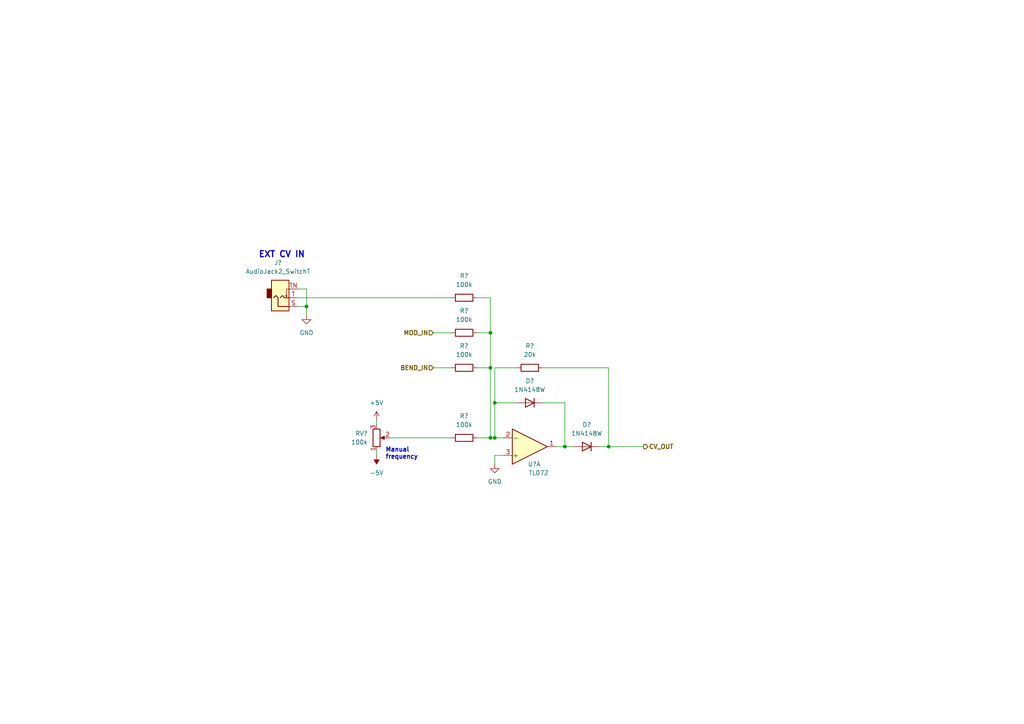
<source format=kicad_sch>
(kicad_sch (version 20230121) (generator eeschema)
  (paper "A4")
  (title_block (title "J.P. Fundrums") (date "2023-02-02") (rev "0") (comment 1 "creativecommons.org/licences/by/4.0/") (comment 2 "Licence: CC by 4.0") (comment 3 "Author: Jordan Aceto"))
  (lib_symbols
    (symbol "Amplifier_Operational:TL072" (pin_names (offset 0.127))
      (property "Reference" "U" (at 0 5.08 0))
      (property "Value" "TL072" (at 0 -5.08 0))
      (symbol "TL072_1_1"
        (polyline (pts (xy -5.08 5.08) (xy 5.08 0) (xy -5.08 -5.08) (xy -5.08 5.08)) (stroke (width 0.254)) (fill (type background)))
        (pin output line (at 7.62 0 180) (length 2.54) (name "~") (number "1"))
        (pin input line (at -7.62 -2.54 0) (length 2.54) (name "-") (number "2"))
        (pin input line (at -7.62 2.54 0) (length 2.54) (name "+") (number "3"))
      )
      (symbol "TL072_2_1"
        (polyline (pts (xy -5.08 5.08) (xy 5.08 0) (xy -5.08 -5.08) (xy -5.08 5.08)) (stroke (width 0.254)) (fill (type background)))
        (pin input line (at -7.62 2.54 0) (length 2.54) (name "+") (number "5"))
        (pin input line (at -7.62 -2.54 0) (length 2.54) (name "-") (number "6"))
        (pin output line (at 7.62 0 180) (length 2.54) (name "~") (number "7"))
      )
      (symbol "TL072_3_1"
        (pin power_in line (at -2.54 -7.62 90) (length 3.81) (name "V-") (number "4"))
        (pin power_in line (at -2.54 7.62 270) (length 3.81) (name "V+") (number "8"))
      )
    )
    (symbol "Connector_Audio:AudioJack2_SwitchT"
      (property "Reference" "J" (at 0 8.89 0))
      (property "Value" "AudioJack2_SwitchT" (at 0 6.35 0))
      (symbol "AudioJack2_SwitchT_0_1"
        (rectangle (start -2.54 0) (end -3.81 -2.54) (stroke (width 0.254)) (fill (type outline)))
        (polyline (pts (xy 1.778 -0.254) (xy 2.032 -0.762)))
        (polyline (pts (xy 0 0) (xy 0.635 -0.635) (xy 1.27 0) (xy 2.54 0)) (stroke (width 0.254)))
        (polyline (pts (xy 2.54 -2.54) (xy 1.778 -2.54) (xy 1.778 -0.254) (xy 1.524 -0.762)))
        (polyline (pts (xy 2.54 2.54) (xy -0.635 2.54) (xy -0.635 0) (xy -1.27 -0.635) (xy -1.905 0)) (stroke (width 0.254)))
        (rectangle (start 2.54 3.81) (end -2.54 -5.08) (stroke (width 0.254)) (fill (type background)))
      )
      (symbol "AudioJack2_SwitchT_1_1"
        (pin passive line (at 5.08 2.54 180) (length 2.54) (name "~") (number "S"))
        (pin passive line (at 5.08 0 180) (length 2.54) (name "~") (number "T"))
        (pin passive line (at 5.08 -2.54 180) (length 2.54) (name "~") (number "TN"))
      )
    )
    (symbol "Device:R" (pin_numbers hide) (pin_names (offset 0))
      (property "Reference" "R" (at 2.032 0 90))
      (property "Value" "R" (at 0 0 90))
      (symbol "R_0_1"
        (rectangle (start -1.016 -2.54) (end 1.016 2.54) (stroke (width 0.254)))
      )
      (symbol "R_1_1"
        (pin passive line (at 0 3.81 270) (length 1.27) (name "~") (number "1"))
        (pin passive line (at 0 -3.81 90) (length 1.27) (name "~") (number "2"))
      )
    )
    (symbol "Device:R_Potentiometer" (pin_names (offset 1.016) hide)
      (property "Reference" "RV" (at -4.445 0 90))
      (property "Value" "R_Potentiometer" (at -2.54 0 90))
      (symbol "R_Potentiometer_0_1"
        (polyline (pts (xy 2.54 0) (xy 1.524 0)))
        (polyline (pts (xy 1.143 0) (xy 2.286 0.508) (xy 2.286 -0.508) (xy 1.143 0)) (fill (type outline)))
        (rectangle (start 1.016 2.54) (end -1.016 -2.54) (stroke (width 0.254)))
      )
      (symbol "R_Potentiometer_1_1"
        (pin passive line (at 0 3.81 270) (length 1.27) (name "1") (number "1"))
        (pin passive line (at 3.81 0 180) (length 1.27) (name "2") (number "2"))
        (pin passive line (at 0 -3.81 90) (length 1.27) (name "3") (number "3"))
      )
    )
    (symbol "Diode:1N4148W" (pin_numbers hide) (pin_names (offset 1.016) hide)
      (property "Reference" "D" (at 0 2.54 0))
      (property "Value" "1N4148W" (at 0 -2.54 0))
      (symbol "1N4148W_0_1"
        (polyline (pts (xy -1.27 1.27) (xy -1.27 -1.27)) (stroke (width 0.254)))
        (polyline (pts (xy 1.27 0) (xy -1.27 0)))
        (polyline (pts (xy 1.27 1.27) (xy 1.27 -1.27) (xy -1.27 0) (xy 1.27 1.27)) (stroke (width 0.254)))
      )
      (symbol "1N4148W_1_1"
        (pin passive line (at -3.81 0 0) (length 2.54) (name "K") (number "1"))
        (pin passive line (at 3.81 0 180) (length 2.54) (name "A") (number "2"))
      )
    )
    (symbol "power:+5V" (power) (pin_names (offset 0))
      (property "Value" "+5V" (at 0 3.556 0))
      (symbol "+5V_0_1"
        (polyline (pts (xy -0.762 1.27) (xy 0 2.54)))
        (polyline (pts (xy 0 0) (xy 0 2.54)))
        (polyline (pts (xy 0 2.54) (xy 0.762 1.27)))
      )
      (symbol "+5V_1_1"
        (pin power_in line (at 0 0 90) (length 0) hide (name "+5V") (number "1"))
      )
    )
    (symbol "power:-5V" (power) (pin_names (offset 0))
      (property "Value" "-5V" (at 0 3.81 0))
      (symbol "-5V_0_0"
        (pin power_in line (at 0 0 90) (length 0) hide (name "-5V") (number "1"))
      )
      (symbol "-5V_0_1"
        (polyline (pts (xy 0 0) (xy 0 1.27) (xy 0.762 1.27) (xy 0 2.54) (xy -0.762 1.27) (xy 0 1.27)) (fill (type outline)))
      )
    )
    (symbol "power:GND" (power) (pin_names (offset 0))
      (property "Value" "GND" (at 0 -3.81 0))
      (symbol "GND_0_1"
        (polyline (pts (xy 0 0) (xy 0 -1.27) (xy 1.27 -1.27) (xy 0 -2.54) (xy -1.27 -1.27) (xy 0 -1.27)))
      )
      (symbol "GND_1_1"
        (pin power_in line (at 0 0 270) (length 0) hide (name "GND") (number "1"))
      )
    )
  )
  (junction (at 163.83 129.54))
  (junction (at 142.24 127))
  (junction (at 143.51 127))
  (junction (at 143.51 116.84))
  (junction (at 142.24 96.52))
  (junction (at 176.53 129.54))
  (junction (at 142.24 106.68))
  (junction (at 88.9 88.9))
  (wire (pts (xy 138.43 86.36) (xy 142.24 86.36)))
  (wire (pts (xy 86.36 88.9) (xy 88.9 88.9)))
  (wire (pts (xy 176.53 106.68) (xy 176.53 129.54)))
  (wire (pts (xy 138.43 106.68) (xy 142.24 106.68)))
  (wire (pts (xy 143.51 116.84) (xy 149.86 116.84)))
  (wire (pts (xy 88.9 88.9) (xy 88.9 91.44)))
  (wire (pts (xy 142.24 127) (xy 143.51 127)))
  (wire (pts (xy 109.22 121.92) (xy 109.22 123.19)))
  (wire (pts (xy 143.51 134.62) (xy 143.51 132.08)))
  (wire (pts (xy 113.03 127) (xy 130.81 127)))
  (wire (pts (xy 86.36 83.82) (xy 88.9 83.82)))
  (wire (pts (xy 109.22 130.81) (xy 109.22 132.08)))
  (wire (pts (xy 143.51 106.68) (xy 143.51 116.84)))
  (wire (pts (xy 157.48 106.68) (xy 176.53 106.68)))
  (wire (pts (xy 163.83 129.54) (xy 163.83 116.84)))
  (wire (pts (xy 142.24 106.68) (xy 142.24 96.52)))
  (wire (pts (xy 163.83 116.84) (xy 157.48 116.84)))
  (wire (pts (xy 138.43 127) (xy 142.24 127)))
  (wire (pts (xy 163.83 129.54) (xy 166.37 129.54)))
  (wire (pts (xy 125.73 96.52) (xy 130.81 96.52)))
  (wire (pts (xy 143.51 106.68) (xy 149.86 106.68)))
  (wire (pts (xy 143.51 132.08) (xy 146.05 132.08)))
  (wire (pts (xy 143.51 127) (xy 143.51 116.84)))
  (wire (pts (xy 138.43 96.52) (xy 142.24 96.52)))
  (wire (pts (xy 86.36 86.36) (xy 130.81 86.36)))
  (wire (pts (xy 173.99 129.54) (xy 176.53 129.54)))
  (wire (pts (xy 142.24 106.68) (xy 142.24 127)))
  (wire (pts (xy 88.9 83.82) (xy 88.9 88.9)))
  (wire (pts (xy 125.73 106.68) (xy 130.81 106.68)))
  (wire (pts (xy 146.05 127) (xy 143.51 127)))
  (wire (pts (xy 176.53 129.54) (xy 186.69 129.54)))
  (wire (pts (xy 161.29 129.54) (xy 163.83 129.54)))
  (wire (pts (xy 142.24 96.52) (xy 142.24 86.36)))
  (text "Manual\nfrequency" (at 111.76 133.35 0) (effects (font (size 1.27 1.27) bold) (justify left bottom)))
  (text "EXT CV IN" (at 74.93 74.93 0) (effects (font (size 1.75 1.75) (thickness 0.35) bold) (justify left bottom)))
  (hierarchical_label "CV_OUT" (shape output) (at 186.69 129.54 0) (effects (font bold)))
  (hierarchical_label "MOD_IN" (shape input) (at 125.73 96.52 180) (effects (font bold)))
  (hierarchical_label "BEND_IN" (shape input) (at 125.73 106.68 180) (effects (font bold)))
  (symbol (lib_id "power:-5V") (at 109.22 132.08 180) (unit 1)
    (property "Reference" "#PWR043" (effects hide))
    (property "Value" "-5V" (at 109.22 137.16 0))
    (instances (project "fundrums" (path "" (reference "#PWR043") (unit 1)) (path "" (reference "#PWR091") (unit 1))))
  )
  (symbol (lib_id "Device:R") (at 134.62 127 90) (unit 1)
    (property "Reference" "R?" (at 134.62 120.65 90))
    (property "Value" "100k" (at 134.62 123.19 90))
    (instances (project "fundrums" (path "" (reference "R?") (unit 1)) (path "" (reference "R?") (unit 1)) (path "" (reference "R?") (unit 1)) (path "" (reference "R?") (unit 1)) (path "" (reference "R?") (unit 1)) (path "" (reference "R382") (unit 1))))
  )
  (symbol (lib_id "power:GND") (at 143.51 134.62 0) (unit 1)
    (property "Reference" "#PWR?" (effects hide))
    (property "Value" "GND" (at 143.51 139.7 0))
    (instances (project "fundrums" (path "" (reference "#PWR?") (unit 1)) (path "" (reference "#PWR?") (unit 1)) (path "" (reference "#PWR?") (unit 1)) (path "" (reference "#PWR?") (unit 1)) (path "" (reference "#PWR042") (unit 1)) (path "" (reference "#PWR092") (unit 1))))
  )
  (symbol (lib_id "power:GND") (at 88.9 91.44 0) (unit 1)
    (property "Reference" "#PWR025" (effects hide))
    (property "Value" "GND" (at 88.9 96.52 0))
    (instances (project "fundrums" (path "" (reference "#PWR025") (unit 1)) (path "" (reference "#PWR024") (unit 1)) (path "" (reference "#PWR026") (unit 1)) (path "" (reference "#PWR027") (unit 1)) (path "" (reference "#PWR081") (unit 1)) (path "" (reference "#PWR087") (unit 1)) (path "" (reference "#PWR01") (unit 1))))
  )
  (symbol (lib_id "Device:R") (at 134.62 96.52 90) (unit 1)
    (property "Reference" "R?" (at 134.62 90.17 90))
    (property "Value" "100k" (at 134.62 92.71 90))
    (instances (project "fundrums" (path "" (reference "R?") (unit 1)) (path "" (reference "R?") (unit 1)) (path "" (reference "R?") (unit 1)) (path "" (reference "R?") (unit 1)) (path "" (reference "R?") (unit 1)) (path "" (reference "R380") (unit 1))))
  )
  (symbol (lib_id "Device:R_Potentiometer") (at 109.22 127 0) (mirror x) (unit 1)
    (property "Reference" "RV?" (at 106.68 125.7299 0) (effects (justify right)))
    (property "Value" "100k" (at 106.68 128.2699 0) (effects (justify right)))
    (instances (project "fundrums" (path "" (reference "RV?") (unit 1)) (path "" (reference "RV?") (unit 1)) (path "" (reference "RV?") (unit 1)) (path "" (reference "RV?") (unit 1)) (path "" (reference "RV?") (unit 1)) (path "" (reference "RV55") (unit 1))))
  )
  (symbol (lib_id "Diode:1N4148W") (at 170.18 129.54 180) (unit 1)
    (property "Reference" "D?" (at 170.18 123.19 0))
    (property "Value" "1N4148W" (at 170.18 125.73 0))
    (property "Footprint" "Diode_SMD:D_SOD-123" (effects hide))
    (property "Datasheet" "https://www.vishay.com/docs/85748/1n4148w.pdf" (effects hide))
    (instances (project "fundrums" (path "" (reference "D?") (unit 1)) (path "" (reference "D?") (unit 1)) (path "" (reference "D?") (unit 1)) (path "" (reference "D?") (unit 1)) (path "" (reference "D?") (unit 1)) (path "" (reference "D40") (unit 1))))
  )
  (symbol (lib_id "Device:R") (at 134.62 86.36 90) (unit 1)
    (property "Reference" "R?" (at 134.62 80.01 90))
    (property "Value" "100k" (at 134.62 82.55 90))
    (instances (project "fundrums" (path "" (reference "R?") (unit 1)) (path "" (reference "R?") (unit 1)) (path "" (reference "R?") (unit 1)) (path "" (reference "R?") (unit 1)) (path "" (reference "R?") (unit 1)) (path "" (reference "R379") (unit 1))))
  )
  (symbol (lib_id "Device:R") (at 134.62 106.68 90) (unit 1)
    (property "Reference" "R?" (at 134.62 100.33 90))
    (property "Value" "100k" (at 134.62 102.87 90))
    (instances (project "fundrums" (path "" (reference "R?") (unit 1)) (path "" (reference "R?") (unit 1)) (path "" (reference "R?") (unit 1)) (path "" (reference "R?") (unit 1)) (path "" (reference "R?") (unit 1)) (path "" (reference "R381") (unit 1))))
  )
  (symbol (lib_id "Diode:1N4148W") (at 153.67 116.84 180) (unit 1)
    (property "Reference" "D?" (at 153.67 110.49 0))
    (property "Value" "1N4148W" (at 153.67 113.03 0))
    (property "Footprint" "Diode_SMD:D_SOD-123" (effects hide))
    (property "Datasheet" "https://www.vishay.com/docs/85748/1n4148w.pdf" (effects hide))
    (instances (project "fundrums" (path "" (reference "D?") (unit 1)) (path "" (reference "D?") (unit 1)) (path "" (reference "D?") (unit 1)) (path "" (reference "D?") (unit 1)) (path "" (reference "D?") (unit 1)) (path "" (reference "D39") (unit 1))))
  )
  (symbol (lib_id "power:+5V") (at 109.22 121.92 0) (unit 1)
    (property "Reference" "#PWR?" (effects hide))
    (property "Value" "+5V" (at 109.22 116.84 0))
    (instances (project "fundrums" (path "" (reference "#PWR?") (unit 1)) (path "" (reference "#PWR?") (unit 1)) (path "" (reference "#PWR?") (unit 1)) (path "" (reference "#PWR?") (unit 1)) (path "" (reference "#PWR041") (unit 1)) (path "" (reference "#PWR02") (unit 1))))
  )
  (symbol (lib_id "Device:R") (at 153.67 106.68 90) (unit 1)
    (property "Reference" "R?" (at 153.67 100.33 90))
    (property "Value" "20k" (at 153.67 102.87 90))
    (instances (project "fundrums" (path "" (reference "R?") (unit 1)) (path "" (reference "R?") (unit 1)) (path "" (reference "R?") (unit 1)) (path "" (reference "R?") (unit 1)) (path "" (reference "R?") (unit 1)) (path "" (reference "R383") (unit 1))))
  )
  (symbol (lib_id "Connector_Audio:AudioJack2_SwitchT") (at 81.28 86.36 0) (mirror x) (unit 1)
    (property "Reference" "J?" (at 80.645 76.2 0))
    (property "Value" "AudioJack2_SwitchT" (at 80.645 78.74 0))
    (instances (project "fundrums" (path "" (reference "J?") (unit 1)) (path "" (reference "J?") (unit 1)) (path "" (reference "J?") (unit 1)) (path "" (reference "J?") (unit 1)) (path "" (reference "J?") (unit 1)) (path "" (reference "J?") (unit 1)) (path "" (reference "J23") (unit 1))))
  )
  (symbol (lib_id "Amplifier_Operational:TL072") (at 153.67 129.54 0) (mirror x) (unit 1)
    (property "Reference" "U?" (at 154.94 134.62 0))
    (property "Value" "TL072" (at 156.21 137.16 0))
    (property "Datasheet" "http://www.ti.com/lit/ds/symlink/tl071.pdf" (effects hide))
    (instances (project "fundrums" (path "" (reference "U?") (unit 1)) (path "" (reference "U?") (unit 1)) (path "" (reference "U?") (unit 1)) (path "" (reference "U?") (unit 1)) (path "" (reference "U?") (unit 1)) (path "" (reference "U60") (unit 1))))
  )
)
</source>
